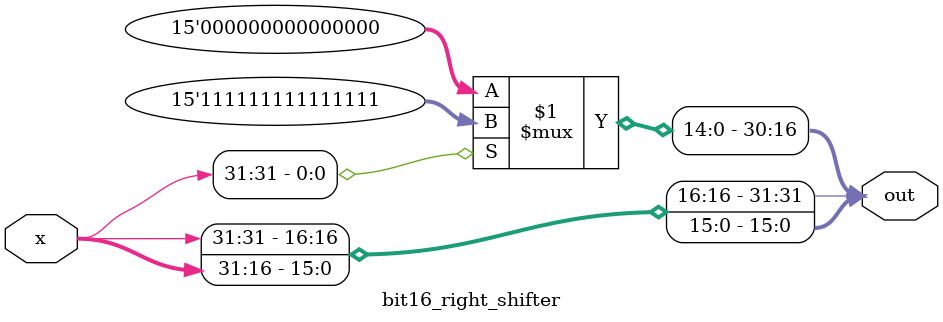
<source format=v>
module bit16_right_shifter(x, out);
    input [31:0] x;
    
    output [31:0] out;

    assign out[15:0] = x[31:16];
    assign out[30:16] = x[31] ? 15'b111111111111111: 15'b0;
    assign out[31] = x[31];
endmodule
</source>
